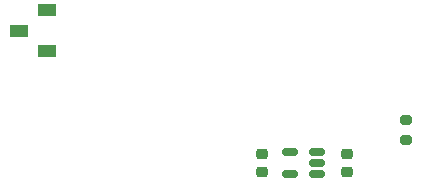
<source format=gbr>
%TF.GenerationSoftware,KiCad,Pcbnew,7.0.1*%
%TF.CreationDate,2023-07-17T15:28:08+02:00*%
%TF.ProjectId,Had_Konzole,4861645f-4b6f-46e7-9a6f-6c652e6b6963,rev?*%
%TF.SameCoordinates,Original*%
%TF.FileFunction,Paste,Bot*%
%TF.FilePolarity,Positive*%
%FSLAX46Y46*%
G04 Gerber Fmt 4.6, Leading zero omitted, Abs format (unit mm)*
G04 Created by KiCad (PCBNEW 7.0.1) date 2023-07-17 15:28:08*
%MOMM*%
%LPD*%
G01*
G04 APERTURE LIST*
G04 Aperture macros list*
%AMRoundRect*
0 Rectangle with rounded corners*
0 $1 Rounding radius*
0 $2 $3 $4 $5 $6 $7 $8 $9 X,Y pos of 4 corners*
0 Add a 4 corners polygon primitive as box body*
4,1,4,$2,$3,$4,$5,$6,$7,$8,$9,$2,$3,0*
0 Add four circle primitives for the rounded corners*
1,1,$1+$1,$2,$3*
1,1,$1+$1,$4,$5*
1,1,$1+$1,$6,$7*
1,1,$1+$1,$8,$9*
0 Add four rect primitives between the rounded corners*
20,1,$1+$1,$2,$3,$4,$5,0*
20,1,$1+$1,$4,$5,$6,$7,0*
20,1,$1+$1,$6,$7,$8,$9,0*
20,1,$1+$1,$8,$9,$2,$3,0*%
G04 Aperture macros list end*
%ADD10RoundRect,0.225000X-0.250000X0.225000X-0.250000X-0.225000X0.250000X-0.225000X0.250000X0.225000X0*%
%ADD11RoundRect,0.200000X-0.275000X0.200000X-0.275000X-0.200000X0.275000X-0.200000X0.275000X0.200000X0*%
%ADD12RoundRect,0.150000X0.512500X0.150000X-0.512500X0.150000X-0.512500X-0.150000X0.512500X-0.150000X0*%
%ADD13R,1.600000X1.000000*%
G04 APERTURE END LIST*
D10*
%TO.C,C2*%
X123900000Y-95425000D03*
X123900000Y-96975000D03*
%TD*%
D11*
%TO.C,R1*%
X136100000Y-92575000D03*
X136100000Y-94225000D03*
%TD*%
D12*
%TO.C,U4*%
X128600000Y-95250000D03*
X128600000Y-96200000D03*
X128600000Y-97150000D03*
X126325000Y-97150000D03*
X126325000Y-95250000D03*
%TD*%
D13*
%TO.C,SW6*%
X105700000Y-83250000D03*
X103400000Y-85000000D03*
X105700000Y-86750000D03*
%TD*%
D10*
%TO.C,C1*%
X131100000Y-95425000D03*
X131100000Y-96975000D03*
%TD*%
M02*

</source>
